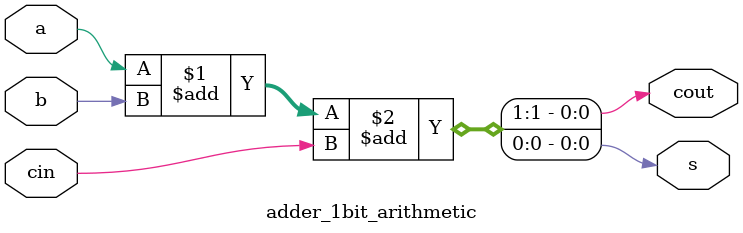
<source format=v>
module adder_1bit_arithmetic(
	input a, b, cin, 
	output cout, s);
	
	assign {cout, s} = a + b + cin;
	
endmodule

</source>
